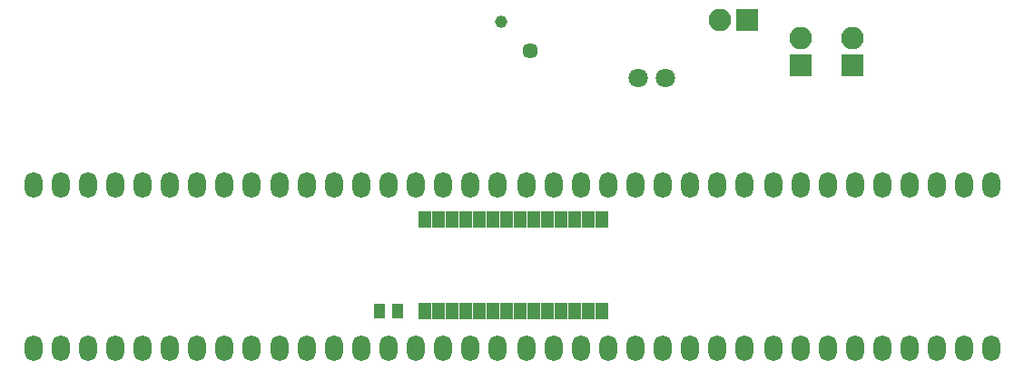
<source format=gbs>
G04 #@! TF.GenerationSoftware,KiCad,Pcbnew,5.0.0-rc2-dev-unknown+dfsg1+20180318-3*
G04 #@! TF.CreationDate,2018-05-10T20:41:14-07:00*
G04 #@! TF.ProjectId,DC26Badge,4443323642616467652E6B696361645F,rev?*
G04 #@! TF.SameCoordinates,Original*
G04 #@! TF.FileFunction,Soldermask,Bot*
G04 #@! TF.FilePolarity,Negative*
%FSLAX46Y46*%
G04 Gerber Fmt 4.6, Leading zero omitted, Abs format (unit mm)*
G04 Created by KiCad (PCBNEW 5.0.0-rc2-dev-unknown+dfsg1+20180318-3) date Thu May 10 20:41:14 2018*
%MOMM*%
%LPD*%
G01*
G04 APERTURE LIST*
%ADD10C,1.150000*%
%ADD11C,1.450000*%
%ADD12R,2.100000X2.100000*%
%ADD13O,2.100000X2.100000*%
%ADD14C,1.800000*%
%ADD15R,1.070000X1.400000*%
%ADD16O,1.670000X2.400000*%
%ADD17R,1.160000X1.600000*%
G04 APERTURE END LIST*
D10*
X140856497Y-31256497D03*
D11*
X143543503Y-33943503D03*
D12*
X168800000Y-35340000D03*
D13*
X168800000Y-32800000D03*
X173600000Y-32800000D03*
D12*
X173600000Y-35340000D03*
X163800000Y-31100000D03*
D13*
X161260000Y-31100000D03*
D14*
X153660000Y-36500000D03*
X156200000Y-36500000D03*
D15*
X129500000Y-58250000D03*
X131250000Y-58250000D03*
D16*
X186570000Y-61740000D03*
X186570000Y-46500000D03*
X184030000Y-61740000D03*
X184030000Y-46500000D03*
X181490000Y-61740000D03*
X181490000Y-46500000D03*
X178950000Y-61740000D03*
X178950000Y-46500000D03*
X176410000Y-61740000D03*
X176410000Y-46500000D03*
X173870000Y-61740000D03*
X173870000Y-46500000D03*
X171330000Y-61740000D03*
X171330000Y-46500000D03*
X168790000Y-61740000D03*
X168790000Y-46500000D03*
X166250000Y-61740000D03*
X166250000Y-46500000D03*
X143250000Y-46500000D03*
X143250000Y-61740000D03*
X145790000Y-46500000D03*
X145790000Y-61740000D03*
X148330000Y-46500000D03*
X148330000Y-61740000D03*
X150870000Y-46500000D03*
X150870000Y-61740000D03*
X153410000Y-46500000D03*
X153410000Y-61740000D03*
X155950000Y-46500000D03*
X155950000Y-61740000D03*
X158490000Y-46500000D03*
X158490000Y-61740000D03*
X161030000Y-46500000D03*
X161030000Y-61740000D03*
X163570000Y-46500000D03*
X163570000Y-61740000D03*
X140570000Y-61740000D03*
X140570000Y-46500000D03*
X138030000Y-61740000D03*
X138030000Y-46500000D03*
X135490000Y-61740000D03*
X135490000Y-46500000D03*
X132950000Y-61740000D03*
X132950000Y-46500000D03*
X130410000Y-61740000D03*
X130410000Y-46500000D03*
X127870000Y-61740000D03*
X127870000Y-46500000D03*
X125330000Y-61740000D03*
X125330000Y-46500000D03*
X122790000Y-61740000D03*
X122790000Y-46500000D03*
X120250000Y-61740000D03*
X120250000Y-46500000D03*
X97250000Y-46500000D03*
X97250000Y-61740000D03*
X99790000Y-46500000D03*
X99790000Y-61740000D03*
X102330000Y-46500000D03*
X102330000Y-61740000D03*
X104870000Y-46500000D03*
X104870000Y-61740000D03*
X107410000Y-46500000D03*
X107410000Y-61740000D03*
X109950000Y-46500000D03*
X109950000Y-61740000D03*
X112490000Y-46500000D03*
X112490000Y-61740000D03*
X115030000Y-46500000D03*
X115030000Y-61740000D03*
X117570000Y-46500000D03*
X117570000Y-61740000D03*
D17*
X133745000Y-58250000D03*
X133745000Y-49750000D03*
X135015000Y-58250000D03*
X135015000Y-49750000D03*
X136285000Y-58250000D03*
X136285000Y-49750000D03*
X137555000Y-58250000D03*
X137555000Y-49750000D03*
X138825000Y-58250000D03*
X138825000Y-49750000D03*
X140095000Y-58250000D03*
X140095000Y-49750000D03*
X141365000Y-58250000D03*
X141365000Y-49750000D03*
X142635000Y-58250000D03*
X142635000Y-49750000D03*
X143905000Y-58250000D03*
X143905000Y-49750000D03*
X145175000Y-58250000D03*
X145175000Y-49750000D03*
X146445000Y-58250000D03*
X146445000Y-49750000D03*
X147715000Y-58250000D03*
X147715000Y-49750000D03*
X148985000Y-58250000D03*
X148985000Y-49750000D03*
X150255000Y-58250000D03*
X150255000Y-49750000D03*
M02*

</source>
